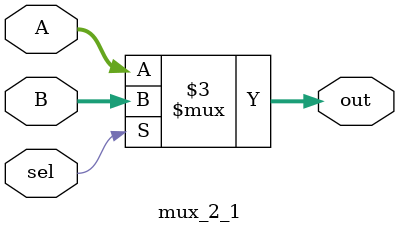
<source format=sv>

module mux_2_1 #(parameter WIDTH=32) (

  input logic  [WIDTH-1:0] A,
  input logic  [WIDTH-1:0] B,
  input logic              sel,
  
  output logic [WIDTH-1:0] out

);
  
  /*esto de abajo es equivalente a 
  if(sel) out = A;
  else    out = B;
  */
  always_comb out = (!sel) ? A : B; //out = al primer argumento (A) si la condición antes del signo de pregunta es verdadera, si no out = al segundo argumento (B) 
  
endmodule
</source>
